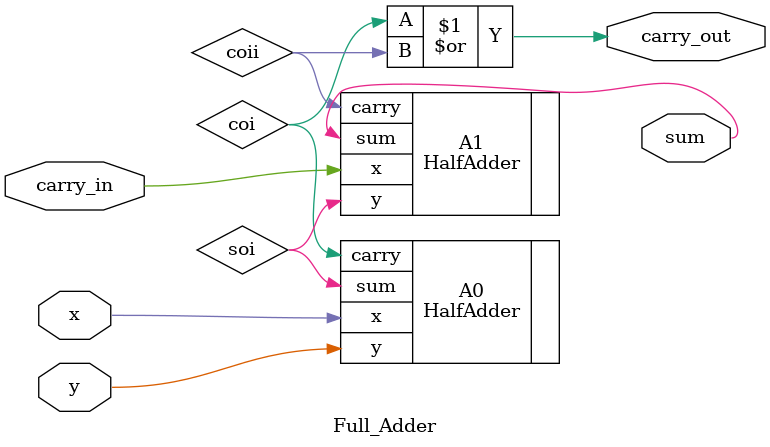
<source format=v>
`timescale 1ns / 1ps


module Full_Adder(
    input x,
    input y,
    input carry_in,
    output sum,
    output carry_out
    );
    wire coi , soi , coii ;
        
        HalfAdder A0 (
        .x(x),
        .y(y),
        .carry(coi), // coi : internal signal 
        .sum(soi) // soi : internal signal 
        );
        
        HalfAdder A1 (
            .x(carry_in),
            .y(soi),
            .carry(coii),// coii : internal signal 
            .sum(sum)
            );
            
           assign carry_out = coi | coii ;
    
    
endmodule

</source>
